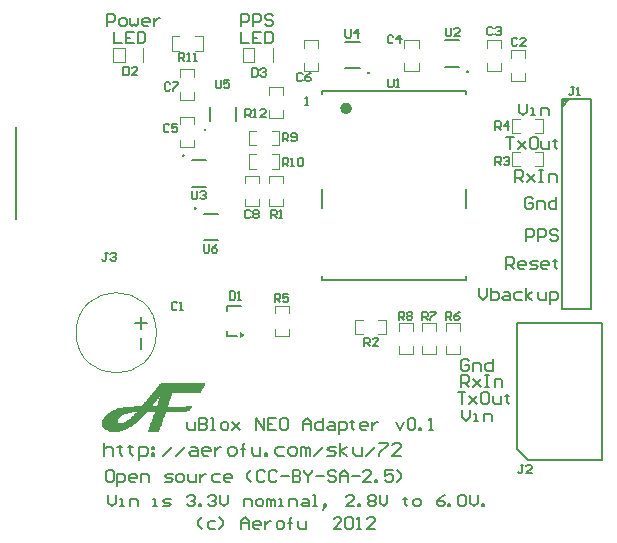
<source format=gto>
%FSLAX43Y43*%
%MOMM*%
G71*
G01*
G75*
G04 Layer_Color=65535*
G04:AMPARAMS|DCode=10|XSize=1mm|YSize=0.8mm|CornerRadius=0.12mm|HoleSize=0mm|Usage=FLASHONLY|Rotation=270.000|XOffset=0mm|YOffset=0mm|HoleType=Round|Shape=RoundedRectangle|*
%AMROUNDEDRECTD10*
21,1,1.000,0.560,0,0,270.0*
21,1,0.760,0.800,0,0,270.0*
1,1,0.240,-0.280,-0.380*
1,1,0.240,-0.280,0.380*
1,1,0.240,0.280,0.380*
1,1,0.240,0.280,-0.380*
%
%ADD10ROUNDEDRECTD10*%
G04:AMPARAMS|DCode=11|XSize=1mm|YSize=0.8mm|CornerRadius=0.12mm|HoleSize=0mm|Usage=FLASHONLY|Rotation=0.000|XOffset=0mm|YOffset=0mm|HoleType=Round|Shape=RoundedRectangle|*
%AMROUNDEDRECTD11*
21,1,1.000,0.560,0,0,0.0*
21,1,0.760,0.800,0,0,0.0*
1,1,0.240,0.380,-0.280*
1,1,0.240,-0.380,-0.280*
1,1,0.240,-0.380,0.280*
1,1,0.240,0.380,0.280*
%
%ADD11ROUNDEDRECTD11*%
%ADD12R,1.100X0.550*%
%ADD13R,0.550X1.100*%
G04:AMPARAMS|DCode=14|XSize=0.8mm|YSize=3mm|CornerRadius=0.08mm|HoleSize=0mm|Usage=FLASHONLY|Rotation=270.000|XOffset=0mm|YOffset=0mm|HoleType=Round|Shape=RoundedRectangle|*
%AMROUNDEDRECTD14*
21,1,0.800,2.840,0,0,270.0*
21,1,0.640,3.000,0,0,270.0*
1,1,0.160,-1.420,-0.320*
1,1,0.160,-1.420,0.320*
1,1,0.160,1.420,0.320*
1,1,0.160,1.420,-0.320*
%
%ADD14ROUNDEDRECTD14*%
%ADD15R,1.100X0.850*%
G04:AMPARAMS|DCode=16|XSize=2.1mm|YSize=3mm|CornerRadius=0.21mm|HoleSize=0mm|Usage=FLASHONLY|Rotation=270.000|XOffset=0mm|YOffset=0mm|HoleType=Round|Shape=RoundedRectangle|*
%AMROUNDEDRECTD16*
21,1,2.100,2.580,0,0,270.0*
21,1,1.680,3.000,0,0,270.0*
1,1,0.420,-1.290,-0.840*
1,1,0.420,-1.290,0.840*
1,1,0.420,1.290,0.840*
1,1,0.420,1.290,-0.840*
%
%ADD16ROUNDEDRECTD16*%
%ADD17R,3.000X0.800*%
G04:AMPARAMS|DCode=18|XSize=1.8mm|YSize=0.8mm|CornerRadius=0.08mm|HoleSize=0mm|Usage=FLASHONLY|Rotation=180.000|XOffset=0mm|YOffset=0mm|HoleType=Round|Shape=RoundedRectangle|*
%AMROUNDEDRECTD18*
21,1,1.800,0.640,0,0,180.0*
21,1,1.640,0.800,0,0,180.0*
1,1,0.160,-0.820,0.320*
1,1,0.160,0.820,0.320*
1,1,0.160,0.820,-0.320*
1,1,0.160,-0.820,-0.320*
%
%ADD18ROUNDEDRECTD18*%
%ADD19R,4.000X0.500*%
%ADD20R,3.500X2.700*%
%ADD21R,5.000X2.700*%
%ADD22C,0.300*%
%ADD23C,0.200*%
%ADD24C,0.500*%
%ADD25C,5.000*%
%ADD26C,1.500*%
%ADD27C,1.500*%
%ADD28R,1.500X1.500*%
%ADD29C,2.000*%
%ADD30C,0.900*%
%ADD31C,1.400*%
%ADD32C,0.254*%
%ADD33C,0.100*%
%ADD34C,0.152*%
%ADD35C,0.051*%
%ADD36C,0.150*%
G36*
X119380Y117302D02*
X119000Y117098D01*
Y117537D01*
X119380Y117302D01*
D02*
G37*
D23*
X114900Y132100D02*
X116100D01*
X114900Y129850D02*
X116100D01*
X115900Y127600D02*
X117100D01*
X115900Y125350D02*
X117100D01*
X116400Y135400D02*
Y136600D01*
X118650Y135400D02*
Y136600D01*
X117900Y119325D02*
Y119775D01*
Y117225D02*
Y117675D01*
Y117225D02*
X118710D01*
X117900Y119775D02*
X119050D01*
X149600Y106700D02*
Y118300D01*
X142400Y107700D02*
Y118300D01*
X143400Y106700D02*
X149600D01*
X142400Y118300D02*
X149600D01*
X142400Y107700D02*
X143400Y106700D01*
X148700Y119500D02*
Y137270D01*
X146230Y119500D02*
Y137270D01*
X148700D01*
X146230Y119500D02*
X148700D01*
X146230Y136635D02*
X146865Y137270D01*
X146611D02*
X146865D01*
X146230Y136889D02*
X146611Y137270D01*
X146230Y136889D02*
Y137016D01*
X146484Y137270D01*
X136300Y140000D02*
X137500D01*
X136300Y142250D02*
X137500D01*
X127900Y139900D02*
X129100D01*
X127900Y142150D02*
X129100D01*
X138100Y122000D02*
Y122300D01*
Y137700D02*
Y138000D01*
X125900Y122000D02*
Y122300D01*
Y137700D02*
Y138000D01*
Y122000D02*
X138100D01*
X125900Y138000D02*
X138100D01*
Y128100D02*
Y129700D01*
X125900Y128100D02*
Y129700D01*
X100000Y127100D02*
Y134900D01*
Y127100D02*
Y134900D01*
X108300Y143000D02*
Y142000D01*
X108966D01*
X109966Y143000D02*
X109300D01*
Y142000D01*
X109966D01*
X109300Y142500D02*
X109633D01*
X110299Y143000D02*
Y142000D01*
X110799D01*
X110966Y142167D01*
Y142833D01*
X110799Y143000D01*
X110299D01*
X119100D02*
Y142000D01*
X119766D01*
X120766Y143000D02*
X120100D01*
Y142000D01*
X120766D01*
X120100Y142500D02*
X120433D01*
X121099Y143000D02*
Y142000D01*
X121599D01*
X121766Y142167D01*
Y142833D01*
X121599Y143000D01*
X121099D01*
X119100Y143500D02*
Y144500D01*
X119600D01*
X119766Y144333D01*
Y144000D01*
X119600Y143833D01*
X119100D01*
X120100Y143500D02*
Y144500D01*
X120600D01*
X120766Y144333D01*
Y144000D01*
X120600Y143833D01*
X120100D01*
X121766Y144333D02*
X121599Y144500D01*
X121266D01*
X121099Y144333D01*
Y144166D01*
X121266Y144000D01*
X121599D01*
X121766Y143833D01*
Y143667D01*
X121599Y143500D01*
X121266D01*
X121099Y143667D01*
X107700Y143500D02*
Y144500D01*
X108200D01*
X108366Y144333D01*
Y144000D01*
X108200Y143833D01*
X107700D01*
X108866Y143500D02*
X109200D01*
X109366Y143667D01*
Y144000D01*
X109200Y144166D01*
X108866D01*
X108700Y144000D01*
Y143667D01*
X108866Y143500D01*
X109699Y144166D02*
Y143667D01*
X109866Y143500D01*
X110033Y143667D01*
X110199Y143500D01*
X110366Y143667D01*
Y144166D01*
X111199Y143500D02*
X110866D01*
X110699Y143667D01*
Y144000D01*
X110866Y144166D01*
X111199D01*
X111365Y144000D01*
Y143833D01*
X110699D01*
X111699Y144166D02*
Y143500D01*
Y143833D01*
X111865Y144000D01*
X112032Y144166D01*
X112199D01*
X142600Y136900D02*
Y136233D01*
X142933Y135900D01*
X143266Y136233D01*
Y136900D01*
X143600Y135900D02*
X143933D01*
X143766D01*
Y136566D01*
X143600D01*
X144433Y135900D02*
Y136566D01*
X144933D01*
X145099Y136400D01*
Y135900D01*
X141500Y134100D02*
X142166D01*
X141833D01*
Y133100D01*
X142500Y133766D02*
X143166Y133100D01*
X142833Y133433D01*
X143166Y133766D01*
X142500Y133100D01*
X143999Y134100D02*
X143666D01*
X143499Y133933D01*
Y133267D01*
X143666Y133100D01*
X143999D01*
X144166Y133267D01*
Y133933D01*
X143999Y134100D01*
X144499Y133766D02*
Y133267D01*
X144666Y133100D01*
X145165D01*
Y133766D01*
X145665Y133933D02*
Y133766D01*
X145499D01*
X145832D01*
X145665D01*
Y133267D01*
X145832Y133100D01*
X142300Y130300D02*
Y131300D01*
X142800D01*
X142966Y131133D01*
Y130800D01*
X142800Y130633D01*
X142300D01*
X142633D02*
X142966Y130300D01*
X143300Y130966D02*
X143966Y130300D01*
X143633Y130633D01*
X143966Y130966D01*
X143300Y130300D01*
X144299Y131300D02*
X144633D01*
X144466D01*
Y130300D01*
X144299D01*
X144633D01*
X145132D02*
Y130966D01*
X145632D01*
X145799Y130800D01*
Y130300D01*
X143766Y128833D02*
X143600Y129000D01*
X143267D01*
X143100Y128833D01*
Y128167D01*
X143267Y128000D01*
X143600D01*
X143766Y128167D01*
Y128500D01*
X143433D01*
X144100Y128000D02*
Y128666D01*
X144600D01*
X144766Y128500D01*
Y128000D01*
X145766Y129000D02*
Y128000D01*
X145266D01*
X145099Y128167D01*
Y128500D01*
X145266Y128666D01*
X145766D01*
X143200Y125300D02*
Y126300D01*
X143700D01*
X143866Y126133D01*
Y125800D01*
X143700Y125633D01*
X143200D01*
X144200Y125300D02*
Y126300D01*
X144700D01*
X144866Y126133D01*
Y125800D01*
X144700Y125633D01*
X144200D01*
X145866Y126133D02*
X145699Y126300D01*
X145366D01*
X145199Y126133D01*
Y125966D01*
X145366Y125800D01*
X145699D01*
X145866Y125633D01*
Y125467D01*
X145699Y125300D01*
X145366D01*
X145199Y125467D01*
X141500Y122900D02*
Y123900D01*
X142000D01*
X142166Y123733D01*
Y123400D01*
X142000Y123233D01*
X141500D01*
X141833D02*
X142166Y122900D01*
X143000D02*
X142666D01*
X142500Y123067D01*
Y123400D01*
X142666Y123566D01*
X143000D01*
X143166Y123400D01*
Y123233D01*
X142500D01*
X143499Y122900D02*
X143999D01*
X144166Y123067D01*
X143999Y123233D01*
X143666D01*
X143499Y123400D01*
X143666Y123566D01*
X144166D01*
X144999Y122900D02*
X144666D01*
X144499Y123067D01*
Y123400D01*
X144666Y123566D01*
X144999D01*
X145165Y123400D01*
Y123233D01*
X144499D01*
X145665Y123733D02*
Y123566D01*
X145499D01*
X145832D01*
X145665D01*
Y123067D01*
X145832Y122900D01*
X139200Y121300D02*
Y120633D01*
X139533Y120300D01*
X139866Y120633D01*
Y121300D01*
X140200D02*
Y120300D01*
X140700D01*
X140866Y120467D01*
Y120633D01*
Y120800D01*
X140700Y120966D01*
X140200D01*
X141366D02*
X141699D01*
X141866Y120800D01*
Y120300D01*
X141366D01*
X141199Y120467D01*
X141366Y120633D01*
X141866D01*
X142865Y120966D02*
X142366D01*
X142199Y120800D01*
Y120467D01*
X142366Y120300D01*
X142865D01*
X143199D02*
Y121300D01*
Y120633D02*
X143699Y120966D01*
X143199Y120633D02*
X143699Y120300D01*
X144198Y120966D02*
Y120467D01*
X144365Y120300D01*
X144865D01*
Y120966D01*
X145198Y119967D02*
Y120966D01*
X145698D01*
X145865Y120800D01*
Y120467D01*
X145698Y120300D01*
X145198D01*
X138366Y115133D02*
X138200Y115300D01*
X137867D01*
X137700Y115133D01*
Y114467D01*
X137867Y114300D01*
X138200D01*
X138366Y114467D01*
Y114800D01*
X138033D01*
X138700Y114300D02*
Y114966D01*
X139200D01*
X139366Y114800D01*
Y114300D01*
X140366Y115300D02*
Y114300D01*
X139866D01*
X139699Y114467D01*
Y114800D01*
X139866Y114966D01*
X140366D01*
X137700Y112900D02*
Y113900D01*
X138200D01*
X138366Y113733D01*
Y113400D01*
X138200Y113233D01*
X137700D01*
X138033D02*
X138366Y112900D01*
X138700Y113566D02*
X139366Y112900D01*
X139033Y113233D01*
X139366Y113566D01*
X138700Y112900D01*
X139699Y113900D02*
X140033D01*
X139866D01*
Y112900D01*
X139699D01*
X140033D01*
X140532D02*
Y113566D01*
X141032D01*
X141199Y113400D01*
Y112900D01*
X137400Y112500D02*
X138066D01*
X137733D01*
Y111500D01*
X138400Y112166D02*
X139066Y111500D01*
X138733Y111833D01*
X139066Y112166D01*
X138400Y111500D01*
X139899Y112500D02*
X139566D01*
X139399Y112333D01*
Y111667D01*
X139566Y111500D01*
X139899D01*
X140066Y111667D01*
Y112333D01*
X139899Y112500D01*
X140399Y112166D02*
Y111667D01*
X140566Y111500D01*
X141065D01*
Y112166D01*
X141565Y112333D02*
Y112166D01*
X141399D01*
X141732D01*
X141565D01*
Y111667D01*
X141732Y111500D01*
X137800Y111000D02*
Y110333D01*
X138133Y110000D01*
X138466Y110333D01*
Y111000D01*
X138800Y110000D02*
X139133D01*
X138966D01*
Y110666D01*
X138800D01*
X139633Y110000D02*
Y110666D01*
X140133D01*
X140299Y110500D01*
Y110000D01*
X107500Y108200D02*
Y107100D01*
Y107650D01*
X107683Y107833D01*
X108050D01*
X108233Y107650D01*
Y107100D01*
X108783Y108016D02*
Y107833D01*
X108600D01*
X108966D01*
X108783D01*
Y107283D01*
X108966Y107100D01*
X109699Y108016D02*
Y107833D01*
X109516D01*
X109883D01*
X109699D01*
Y107283D01*
X109883Y107100D01*
X110432Y106733D02*
Y107833D01*
X110982D01*
X111165Y107650D01*
Y107283D01*
X110982Y107100D01*
X110432D01*
X111532Y107833D02*
X111715D01*
Y107650D01*
X111532D01*
Y107833D01*
Y107283D02*
X111715D01*
Y107100D01*
X111532D01*
Y107283D01*
X112448Y107100D02*
X113182Y107833D01*
X113548Y107100D02*
X114281Y107833D01*
X114831D02*
X115198D01*
X115381Y107650D01*
Y107100D01*
X114831D01*
X114648Y107283D01*
X114831Y107467D01*
X115381D01*
X116297Y107100D02*
X115931D01*
X115747Y107283D01*
Y107650D01*
X115931Y107833D01*
X116297D01*
X116480Y107650D01*
Y107467D01*
X115747D01*
X116847Y107833D02*
Y107100D01*
Y107467D01*
X117030Y107650D01*
X117214Y107833D01*
X117397D01*
X118130Y107100D02*
X118496D01*
X118680Y107283D01*
Y107650D01*
X118496Y107833D01*
X118130D01*
X117947Y107650D01*
Y107283D01*
X118130Y107100D01*
X119230D02*
Y108016D01*
Y107650D01*
X119046D01*
X119413D01*
X119230D01*
Y108016D01*
X119413Y108200D01*
X119963Y107833D02*
Y107283D01*
X120146Y107100D01*
X120696D01*
Y107833D01*
X121062Y107100D02*
Y107283D01*
X121246D01*
Y107100D01*
X121062D01*
X122712Y107833D02*
X122162D01*
X121979Y107650D01*
Y107283D01*
X122162Y107100D01*
X122712D01*
X123262D02*
X123628D01*
X123811Y107283D01*
Y107650D01*
X123628Y107833D01*
X123262D01*
X123078Y107650D01*
Y107283D01*
X123262Y107100D01*
X124178D02*
Y107833D01*
X124361D01*
X124545Y107650D01*
Y107100D01*
Y107650D01*
X124728Y107833D01*
X124911Y107650D01*
Y107100D01*
X125278D02*
X126011Y107833D01*
X126377Y107100D02*
X126927D01*
X127110Y107283D01*
X126927Y107467D01*
X126561D01*
X126377Y107650D01*
X126561Y107833D01*
X127110D01*
X127477Y107100D02*
Y108200D01*
Y107467D02*
X128027Y107833D01*
X127477Y107467D02*
X128027Y107100D01*
X128577Y107833D02*
Y107283D01*
X128760Y107100D01*
X129310D01*
Y107833D01*
X129676Y107100D02*
X130409Y107833D01*
X130776Y108200D02*
X131509D01*
Y108016D01*
X130776Y107283D01*
Y107100D01*
X132609D02*
X131875D01*
X132609Y107833D01*
Y108016D01*
X132425Y108200D01*
X132059D01*
X131875Y108016D01*
X114500Y109966D02*
Y109467D01*
X114667Y109300D01*
X115166D01*
Y109966D01*
X115500Y110300D02*
Y109300D01*
X116000D01*
X116166Y109467D01*
Y109633D01*
X116000Y109800D01*
X115500D01*
X116000D01*
X116166Y109966D01*
Y110133D01*
X116000Y110300D01*
X115500D01*
X116499Y109300D02*
X116833D01*
X116666D01*
Y110300D01*
X116499D01*
X117499Y109300D02*
X117832D01*
X117999Y109467D01*
Y109800D01*
X117832Y109966D01*
X117499D01*
X117332Y109800D01*
Y109467D01*
X117499Y109300D01*
X118332Y109966D02*
X118999Y109300D01*
X118665Y109633D01*
X118999Y109966D01*
X118332Y109300D01*
X120331D02*
Y110300D01*
X120998Y109300D01*
Y110300D01*
X121998D02*
X121331D01*
Y109300D01*
X121998D01*
X121331Y109800D02*
X121664D01*
X122831Y110300D02*
X122497D01*
X122331Y110133D01*
Y109467D01*
X122497Y109300D01*
X122831D01*
X122997Y109467D01*
Y110133D01*
X122831Y110300D01*
X124330Y109300D02*
Y109966D01*
X124663Y110300D01*
X124997Y109966D01*
Y109300D01*
Y109800D01*
X124330D01*
X125996Y110300D02*
Y109300D01*
X125496D01*
X125330Y109467D01*
Y109800D01*
X125496Y109966D01*
X125996D01*
X126496D02*
X126829D01*
X126996Y109800D01*
Y109300D01*
X126496D01*
X126330Y109467D01*
X126496Y109633D01*
X126996D01*
X127329Y108967D02*
Y109966D01*
X127829D01*
X127996Y109800D01*
Y109467D01*
X127829Y109300D01*
X127329D01*
X128495Y110133D02*
Y109966D01*
X128329D01*
X128662D01*
X128495D01*
Y109467D01*
X128662Y109300D01*
X129662D02*
X129329D01*
X129162Y109467D01*
Y109800D01*
X129329Y109966D01*
X129662D01*
X129828Y109800D01*
Y109633D01*
X129162D01*
X130162Y109966D02*
Y109300D01*
Y109633D01*
X130328Y109800D01*
X130495Y109966D01*
X130661D01*
X132161D02*
X132494Y109300D01*
X132827Y109966D01*
X133161Y110133D02*
X133327Y110300D01*
X133660D01*
X133827Y110133D01*
Y109467D01*
X133660Y109300D01*
X133327D01*
X133161Y109467D01*
Y110133D01*
X134160Y109300D02*
Y109467D01*
X134327D01*
Y109300D01*
X134160D01*
X134993D02*
X135327D01*
X135160D01*
Y110300D01*
X134993Y110133D01*
X108100Y105900D02*
X107767D01*
X107600Y105733D01*
Y105067D01*
X107767Y104900D01*
X108100D01*
X108266Y105067D01*
Y105733D01*
X108100Y105900D01*
X108600Y104567D02*
Y105566D01*
X109100D01*
X109266Y105400D01*
Y105067D01*
X109100Y104900D01*
X108600D01*
X110099D02*
X109766D01*
X109599Y105067D01*
Y105400D01*
X109766Y105566D01*
X110099D01*
X110266Y105400D01*
Y105233D01*
X109599D01*
X110599Y104900D02*
Y105566D01*
X111099D01*
X111265Y105400D01*
Y104900D01*
X112598D02*
X113098D01*
X113265Y105067D01*
X113098Y105233D01*
X112765D01*
X112598Y105400D01*
X112765Y105566D01*
X113265D01*
X113765Y104900D02*
X114098D01*
X114265Y105067D01*
Y105400D01*
X114098Y105566D01*
X113765D01*
X113598Y105400D01*
Y105067D01*
X113765Y104900D01*
X114598Y105566D02*
Y105067D01*
X114764Y104900D01*
X115264D01*
Y105566D01*
X115597D02*
Y104900D01*
Y105233D01*
X115764Y105400D01*
X115931Y105566D01*
X116097D01*
X117264D02*
X116764D01*
X116597Y105400D01*
Y105067D01*
X116764Y104900D01*
X117264D01*
X118097D02*
X117763D01*
X117597Y105067D01*
Y105400D01*
X117763Y105566D01*
X118097D01*
X118263Y105400D01*
Y105233D01*
X117597D01*
X119929Y104900D02*
X119596Y105233D01*
Y105566D01*
X119929Y105900D01*
X121096Y105733D02*
X120929Y105900D01*
X120596D01*
X120429Y105733D01*
Y105067D01*
X120596Y104900D01*
X120929D01*
X121096Y105067D01*
X122095Y105733D02*
X121929Y105900D01*
X121595D01*
X121429Y105733D01*
Y105067D01*
X121595Y104900D01*
X121929D01*
X122095Y105067D01*
X122429Y105400D02*
X123095D01*
X123428Y105900D02*
Y104900D01*
X123928D01*
X124095Y105067D01*
Y105233D01*
X123928Y105400D01*
X123428D01*
X123928D01*
X124095Y105566D01*
Y105733D01*
X123928Y105900D01*
X123428D01*
X124428D02*
Y105733D01*
X124761Y105400D01*
X125094Y105733D01*
Y105900D01*
X124761Y105400D02*
Y104900D01*
X125428Y105400D02*
X126094D01*
X127094Y105733D02*
X126927Y105900D01*
X126594D01*
X126427Y105733D01*
Y105566D01*
X126594Y105400D01*
X126927D01*
X127094Y105233D01*
Y105067D01*
X126927Y104900D01*
X126594D01*
X126427Y105067D01*
X127427Y104900D02*
Y105566D01*
X127760Y105900D01*
X128093Y105566D01*
Y104900D01*
Y105400D01*
X127427D01*
X128427D02*
X129093D01*
X130093Y104900D02*
X129426D01*
X130093Y105566D01*
Y105733D01*
X129926Y105900D01*
X129593D01*
X129426Y105733D01*
X130426Y104900D02*
Y105067D01*
X130593D01*
Y104900D01*
X130426D01*
X131925Y105900D02*
X131259D01*
Y105400D01*
X131592Y105566D01*
X131759D01*
X131925Y105400D01*
Y105067D01*
X131759Y104900D01*
X131426D01*
X131259Y105067D01*
X132259Y104900D02*
X132592Y105233D01*
Y105566D01*
X132259Y105900D01*
X107800Y103800D02*
Y103133D01*
X108133Y102800D01*
X108466Y103133D01*
Y103800D01*
X108800Y102800D02*
X109133D01*
X108966D01*
Y103466D01*
X108800D01*
X109633Y102800D02*
Y103466D01*
X110133D01*
X110299Y103300D01*
Y102800D01*
X111632D02*
X111965D01*
X111799D01*
Y103466D01*
X111632D01*
X112465Y102800D02*
X112965D01*
X113132Y102967D01*
X112965Y103133D01*
X112632D01*
X112465Y103300D01*
X112632Y103466D01*
X113132D01*
X114465Y103633D02*
X114631Y103800D01*
X114964D01*
X115131Y103633D01*
Y103466D01*
X114964Y103300D01*
X114798D01*
X114964D01*
X115131Y103133D01*
Y102967D01*
X114964Y102800D01*
X114631D01*
X114465Y102967D01*
X115464Y102800D02*
Y102967D01*
X115631D01*
Y102800D01*
X115464D01*
X116297Y103633D02*
X116464Y103800D01*
X116797D01*
X116964Y103633D01*
Y103466D01*
X116797Y103300D01*
X116630D01*
X116797D01*
X116964Y103133D01*
Y102967D01*
X116797Y102800D01*
X116464D01*
X116297Y102967D01*
X117297Y103800D02*
Y103133D01*
X117630Y102800D01*
X117963Y103133D01*
Y103800D01*
X119296Y102800D02*
Y103466D01*
X119796D01*
X119963Y103300D01*
Y102800D01*
X120463D02*
X120796D01*
X120962Y102967D01*
Y103300D01*
X120796Y103466D01*
X120463D01*
X120296Y103300D01*
Y102967D01*
X120463Y102800D01*
X121296D02*
Y103466D01*
X121462D01*
X121629Y103300D01*
Y102800D01*
Y103300D01*
X121795Y103466D01*
X121962Y103300D01*
Y102800D01*
X122295D02*
X122629D01*
X122462D01*
Y103466D01*
X122295D01*
X123128Y102800D02*
Y103466D01*
X123628D01*
X123795Y103300D01*
Y102800D01*
X124295Y103466D02*
X124628D01*
X124795Y103300D01*
Y102800D01*
X124295D01*
X124128Y102967D01*
X124295Y103133D01*
X124795D01*
X125128Y102800D02*
X125461D01*
X125294D01*
Y103800D01*
X125128D01*
X126127Y102633D02*
X126294Y102800D01*
Y102967D01*
X126127D01*
Y102800D01*
X126294D01*
X126127Y102633D01*
X125961Y102467D01*
X128627Y102800D02*
X127960D01*
X128627Y103466D01*
Y103633D01*
X128460Y103800D01*
X128127D01*
X127960Y103633D01*
X128960Y102800D02*
Y102967D01*
X129126D01*
Y102800D01*
X128960D01*
X129793Y103633D02*
X129960Y103800D01*
X130293D01*
X130459Y103633D01*
Y103466D01*
X130293Y103300D01*
X130459Y103133D01*
Y102967D01*
X130293Y102800D01*
X129960D01*
X129793Y102967D01*
Y103133D01*
X129960Y103300D01*
X129793Y103466D01*
Y103633D01*
X129960Y103300D02*
X130293D01*
X130793Y103800D02*
Y103133D01*
X131126Y102800D01*
X131459Y103133D01*
Y103800D01*
X132959Y103633D02*
Y103466D01*
X132792D01*
X133125D01*
X132959D01*
Y102967D01*
X133125Y102800D01*
X133792D02*
X134125D01*
X134291Y102967D01*
Y103300D01*
X134125Y103466D01*
X133792D01*
X133625Y103300D01*
Y102967D01*
X133792Y102800D01*
X136291Y103800D02*
X135958Y103633D01*
X135624Y103300D01*
Y102967D01*
X135791Y102800D01*
X136124D01*
X136291Y102967D01*
Y103133D01*
X136124Y103300D01*
X135624D01*
X136624Y102800D02*
Y102967D01*
X136791D01*
Y102800D01*
X136624D01*
X137457Y103633D02*
X137624Y103800D01*
X137957D01*
X138124Y103633D01*
Y102967D01*
X137957Y102800D01*
X137624D01*
X137457Y102967D01*
Y103633D01*
X138457Y103800D02*
Y103133D01*
X138790Y102800D01*
X139123Y103133D01*
Y103800D01*
X139456Y102800D02*
Y102967D01*
X139623D01*
Y102800D01*
X139456D01*
X115733Y100900D02*
X115400Y101233D01*
Y101566D01*
X115733Y101900D01*
X116900Y101566D02*
X116400D01*
X116233Y101400D01*
Y101067D01*
X116400Y100900D01*
X116900D01*
X117233D02*
X117566Y101233D01*
Y101566D01*
X117233Y101900D01*
X119065Y100900D02*
Y101566D01*
X119399Y101900D01*
X119732Y101566D01*
Y100900D01*
Y101400D01*
X119065D01*
X120565Y100900D02*
X120232D01*
X120065Y101067D01*
Y101400D01*
X120232Y101566D01*
X120565D01*
X120732Y101400D01*
Y101233D01*
X120065D01*
X121065Y101566D02*
Y100900D01*
Y101233D01*
X121231Y101400D01*
X121398Y101566D01*
X121565D01*
X122231Y100900D02*
X122564D01*
X122731Y101067D01*
Y101400D01*
X122564Y101566D01*
X122231D01*
X122065Y101400D01*
Y101067D01*
X122231Y100900D01*
X123231D02*
Y101733D01*
Y101400D01*
X123064D01*
X123397D01*
X123231D01*
Y101733D01*
X123397Y101900D01*
X123897Y101566D02*
Y101067D01*
X124064Y100900D01*
X124564D01*
Y101566D01*
X127563Y100900D02*
X126896D01*
X127563Y101566D01*
Y101733D01*
X127396Y101900D01*
X127063D01*
X126896Y101733D01*
X127896D02*
X128063Y101900D01*
X128396D01*
X128562Y101733D01*
Y101067D01*
X128396Y100900D01*
X128063D01*
X127896Y101067D01*
Y101733D01*
X128896Y100900D02*
X129229D01*
X129062D01*
Y101900D01*
X128896Y101733D01*
X130395Y100900D02*
X129729D01*
X130395Y101566D01*
Y101733D01*
X130229Y101900D01*
X129895D01*
X129729Y101733D01*
D24*
X128200Y136500D02*
G03*
X128200Y136500I-250J0D01*
G01*
D32*
X114184Y132500D02*
G03*
X114184Y132500I-14J0D01*
G01*
X115184Y128000D02*
G03*
X115184Y128000I-14J0D01*
G01*
X116014Y134670D02*
G03*
X116014Y134670I-14J0D01*
G01*
X138244Y139600D02*
G03*
X138244Y139600I-14J0D01*
G01*
X129844Y139500D02*
G03*
X129844Y139500I-14J0D01*
G01*
D33*
X111900Y117500D02*
G03*
X111900Y117500I-3400J0D01*
G01*
X108600Y141600D02*
X109200D01*
X108600Y140400D02*
X109200D01*
Y141600D01*
X110800Y140400D02*
Y141600D01*
X108200Y140400D02*
Y141600D01*
X108200D02*
X108850D01*
X108200Y140400D02*
X108850D01*
X115150Y142600D02*
X115800D01*
X115150Y141400D02*
X115800D01*
X113200D02*
X113850D01*
X113200Y142600D02*
X113850D01*
X115800Y141400D02*
Y142600D01*
X113200Y141400D02*
Y142600D01*
X119600Y141600D02*
X120200D01*
X119600Y140400D02*
X120200D01*
Y141600D01*
X121800Y140400D02*
Y141600D01*
X119200Y140400D02*
Y141600D01*
X119200D02*
X119850D01*
X119200Y140400D02*
X119850D01*
X122600Y135700D02*
Y136350D01*
X121400Y135700D02*
Y136350D01*
Y137650D02*
Y138300D01*
X122600Y137650D02*
Y138300D01*
X121400Y135700D02*
X122600D01*
X121400Y138300D02*
X122600D01*
X122300Y131400D02*
Y132600D01*
X119700Y131400D02*
Y132600D01*
X121650Y131400D02*
X122300D01*
X121650Y132600D02*
X122300D01*
X119700D02*
X120350D01*
X119700Y131400D02*
X120350D01*
X122300Y133400D02*
Y134600D01*
X119700Y133400D02*
Y134600D01*
X121650Y133400D02*
X122300D01*
X121650Y134600D02*
X122300D01*
X119700D02*
X120350D01*
X119700Y133400D02*
X120350D01*
X119400Y130800D02*
X120600D01*
X119400Y128200D02*
X120600D01*
Y130150D02*
Y130800D01*
X119400Y130150D02*
Y130800D01*
Y128200D02*
Y128850D01*
X120600Y128200D02*
Y128850D01*
X113900Y133200D02*
X115100D01*
X113900Y135800D02*
X115100D01*
X113900Y133200D02*
Y133850D01*
X115100Y133200D02*
Y133850D01*
Y135150D02*
Y135800D01*
X113900Y135150D02*
Y135800D01*
X136400Y115700D02*
X137600D01*
X136400Y118300D02*
X137600D01*
X136400Y115700D02*
Y116350D01*
X137600Y115700D02*
Y116350D01*
Y117650D02*
Y118300D01*
X136400Y117650D02*
Y118300D01*
X132400Y115700D02*
X133600D01*
X132400Y118300D02*
X133600D01*
X132400Y115700D02*
Y116350D01*
X133600Y115700D02*
Y116350D01*
Y117650D02*
Y118300D01*
X132400Y117650D02*
Y118300D01*
X134400Y115700D02*
X135600D01*
X134400Y118300D02*
X135600D01*
X134400Y115700D02*
Y116350D01*
X135600Y115700D02*
Y116350D01*
Y117650D02*
Y118300D01*
X134400Y117650D02*
Y118300D01*
X131300Y117400D02*
Y118600D01*
X128700Y117400D02*
Y118600D01*
X130650Y117400D02*
X131300D01*
X130650Y118600D02*
X131300D01*
X128700D02*
X129350D01*
X128700Y117400D02*
X129350D01*
X121400Y130800D02*
X122600D01*
X121400Y128200D02*
X122600D01*
Y130150D02*
Y130800D01*
X121400Y130150D02*
Y130800D01*
Y128200D02*
Y128850D01*
X122600Y128200D02*
Y128850D01*
X141900Y141450D02*
X143100D01*
X141900Y138850D02*
X143100D01*
Y140800D02*
Y141450D01*
X141900Y140800D02*
Y141450D01*
Y138850D02*
Y139500D01*
X143100Y138850D02*
Y139500D01*
X139900Y142300D02*
X141100D01*
X139900Y139700D02*
X141100D01*
Y141650D02*
Y142300D01*
X139900Y141650D02*
Y142300D01*
Y139700D02*
Y140350D01*
X141100Y139700D02*
Y140350D01*
X132900Y142300D02*
X134100D01*
X132900Y139700D02*
X134100D01*
Y141650D02*
Y142300D01*
X132900Y141650D02*
Y142300D01*
Y139700D02*
Y140350D01*
X134100Y139700D02*
Y140350D01*
X124400Y139700D02*
X125600D01*
X124400Y142300D02*
X125600D01*
X124400Y139700D02*
Y140350D01*
X125600Y139700D02*
Y140350D01*
Y141650D02*
Y142300D01*
X124400Y141650D02*
Y142300D01*
X113900Y139800D02*
X115100D01*
X113900Y137200D02*
X115100D01*
Y139150D02*
Y139800D01*
X113900Y139150D02*
Y139800D01*
Y137200D02*
Y137850D01*
X115100Y137200D02*
Y137850D01*
X121900Y117200D02*
X123100D01*
X121900Y119800D02*
X123100D01*
X121900Y117200D02*
Y117850D01*
X123100Y117200D02*
Y117850D01*
Y119150D02*
Y119800D01*
X121900Y119150D02*
Y119800D01*
X144600Y131600D02*
Y132800D01*
X142000Y131600D02*
Y132800D01*
X143950Y131600D02*
X144600D01*
X143950Y132800D02*
X144600D01*
X142000D02*
X142650D01*
X142000Y131600D02*
X142650D01*
X144600Y134400D02*
Y135600D01*
X142000Y134400D02*
Y135600D01*
X143950Y134400D02*
X144600D01*
X143950Y135600D02*
X144600D01*
X142000D02*
X142650D01*
X142000Y134400D02*
X142650D01*
D34*
X110100Y118300D02*
X111100D01*
X110600Y117800D02*
Y118800D01*
Y116100D02*
Y117100D01*
D35*
X111178Y109220D02*
X112041D01*
X107876D02*
X108739D01*
X111178Y109271D02*
X112041D01*
X107774D02*
X108943D01*
X111229Y109322D02*
X112092D01*
X107622D02*
X109095D01*
X111229Y109373D02*
X112092D01*
X107520D02*
X109197D01*
X111229Y109424D02*
X112143D01*
X107469D02*
X109349D01*
X111279Y109474D02*
X112143D01*
X107419D02*
X109400D01*
X111279Y109525D02*
X112143D01*
X107368D02*
X109501D01*
X111330Y109576D02*
X112194D01*
X107368D02*
X109603D01*
X111330Y109627D02*
X112194D01*
X107317D02*
X109705D01*
X111330Y109678D02*
X112194D01*
X107317D02*
X109755D01*
X111381Y109728D02*
X112245D01*
X107317D02*
X109857D01*
X111381Y109779D02*
X112245D01*
X107317D02*
X109908D01*
X111381Y109830D02*
X112245D01*
X107317D02*
X109959D01*
X111432Y109881D02*
X112295D01*
X108993D02*
X110060D01*
X107317D02*
X108638D01*
X111432Y109932D02*
X112295D01*
X109146D02*
X110111D01*
X107317D02*
X108587D01*
X111432Y109982D02*
X112295D01*
X109247D02*
X110162D01*
X107317D02*
X108587D01*
X111483Y110033D02*
X112346D01*
X109349D02*
X110213D01*
X107317D02*
X108536D01*
X111483Y110084D02*
X112346D01*
X109400D02*
X110263D01*
X107317D02*
X108536D01*
X111533Y110135D02*
X112346D01*
X109501D02*
X110314D01*
X107317D02*
X108587D01*
X111533Y110186D02*
X112397D01*
X109552D02*
X110365D01*
X107368D02*
X108587D01*
X111533Y110236D02*
X112397D01*
X109603D02*
X110416D01*
X107368D02*
X108587D01*
X111584Y110287D02*
X112397D01*
X109705D02*
X110467D01*
X107419D02*
X108638D01*
X111584Y110338D02*
X112448D01*
X109755D02*
X110568D01*
X107419D02*
X108689D01*
X111584Y110389D02*
X112448D01*
X109806D02*
X110619D01*
X107469D02*
X108739D01*
X111635Y110440D02*
X112448D01*
X109857D02*
X110670D01*
X107520D02*
X108790D01*
X111635Y110490D02*
X112499D01*
X109908D02*
X110670D01*
X107571D02*
X108841D01*
X111635Y110541D02*
X112499D01*
X110009D02*
X110721D01*
X107622D02*
X108892D01*
X111686Y110592D02*
X112549D01*
X110009D02*
X110771D01*
X107673D02*
X108993D01*
X111686Y110643D02*
X112549D01*
X110060D02*
X110822D01*
X107723D02*
X109095D01*
X111737Y110694D02*
X112549D01*
X110111D02*
X110873D01*
X107774D02*
X109247D01*
X111737Y110744D02*
X112600D01*
X110162D02*
X110924D01*
X107876D02*
X109400D01*
X111737Y110795D02*
X112600D01*
X110213D02*
X110975D01*
X107927D02*
X109755D01*
X108028Y110846D02*
X114277D01*
X108079Y110897D02*
X114429D01*
X108231Y110948D02*
X114531D01*
X108333Y110998D02*
X114632D01*
X108435Y111049D02*
X114683D01*
X108587Y111100D02*
X114683D01*
X108790Y111151D02*
X114734D01*
X109044Y111202D02*
X114734D01*
X109298Y111252D02*
X114785D01*
X114378Y111303D02*
X114785D01*
X110009D02*
X112803D01*
X111940Y111354D02*
X112803D01*
X110670D02*
X111432D01*
X111940Y111405D02*
X112803D01*
X110721D02*
X111483D01*
X111991Y111456D02*
X112854D01*
X110771D02*
X111533D01*
X111991Y111506D02*
X112854D01*
X110822D02*
X111533D01*
X111991Y111557D02*
X112854D01*
X110873D02*
X111584D01*
X112041Y111608D02*
X112905D01*
X110873D02*
X111635D01*
X112041Y111659D02*
X112905D01*
X110924D02*
X111686D01*
X112041Y111710D02*
X112905D01*
X110975D02*
X111737D01*
X112092Y111760D02*
X112905D01*
X111025D02*
X111787D01*
X112092Y111811D02*
X112956D01*
X111076D02*
X111838D01*
X112143Y111862D02*
X112956D01*
X111127D02*
X111838D01*
X112143Y111913D02*
X112956D01*
X111127D02*
X111889D01*
X112143Y111964D02*
X113007D01*
X111178D02*
X111940D01*
X112194Y112014D02*
X113007D01*
X111229D02*
X111991D01*
X112194Y112065D02*
X113007D01*
X111279D02*
X112041D01*
X112194Y112116D02*
X113057D01*
X111330D02*
X112092D01*
X112245Y112167D02*
X113057D01*
X111381D02*
X112143D01*
X112245Y112218D02*
X113057D01*
X111381D02*
X112143D01*
X112295Y112268D02*
X113108D01*
X111432D02*
X112194D01*
X112295Y112319D02*
X113108D01*
X111483D02*
X112245D01*
X111533Y112370D02*
X113108D01*
X111584Y112421D02*
X113108D01*
X111635Y112472D02*
X113159D01*
X111635Y112522D02*
X115547D01*
X111686Y112573D02*
X115597D01*
X111737Y112624D02*
X115597D01*
X111787Y112675D02*
X115648D01*
X111838Y112726D02*
X115648D01*
X111889Y112776D02*
X115699D01*
X111889Y112827D02*
X115750D01*
X111940Y112878D02*
X115750D01*
X111991Y112929D02*
X115801D01*
X112041Y112980D02*
X115801D01*
X112092Y113030D02*
X115851D01*
X112143Y113081D02*
X115902D01*
X112143Y113132D02*
X115902D01*
X112194Y113183D02*
X115953D01*
X112245Y113234D02*
X115953D01*
D36*
X119400Y135750D02*
Y136450D01*
X119750D01*
X119867Y136333D01*
Y136100D01*
X119750Y135983D01*
X119400D01*
X119633D02*
X119867Y135750D01*
X120100D02*
X120333D01*
X120216D01*
Y136450D01*
X120100Y136333D01*
X121149Y135750D02*
X120683D01*
X121149Y136217D01*
Y136333D01*
X121033Y136450D01*
X120800D01*
X120683Y136333D01*
X113800Y140500D02*
Y141200D01*
X114150D01*
X114267Y141083D01*
Y140850D01*
X114150Y140733D01*
X113800D01*
X114033D02*
X114267Y140500D01*
X114500D02*
X114733D01*
X114616D01*
Y141200D01*
X114500Y141083D01*
X115083Y140500D02*
X115316D01*
X115200D01*
Y141200D01*
X115083Y141083D01*
X120000Y139900D02*
Y139200D01*
X120350D01*
X120467Y139317D01*
Y139783D01*
X120350Y139900D01*
X120000D01*
X120700Y139783D02*
X120816Y139900D01*
X121050D01*
X121166Y139783D01*
Y139667D01*
X121050Y139550D01*
X120933D01*
X121050D01*
X121166Y139433D01*
Y139317D01*
X121050Y139200D01*
X120816D01*
X120700Y139317D01*
X109100Y140000D02*
Y139300D01*
X109450D01*
X109567Y139417D01*
Y139883D01*
X109450Y140000D01*
X109100D01*
X110266Y139300D02*
X109800D01*
X110266Y139767D01*
Y139883D01*
X110150Y140000D01*
X109916D01*
X109800Y139883D01*
X142467Y142383D02*
X142350Y142500D01*
X142117D01*
X142000Y142383D01*
Y141917D01*
X142117Y141800D01*
X142350D01*
X142467Y141917D01*
X143166Y141800D02*
X142700D01*
X143166Y142267D01*
Y142383D01*
X143050Y142500D01*
X142816D01*
X142700Y142383D01*
X140367Y143283D02*
X140250Y143400D01*
X140017D01*
X139900Y143283D01*
Y142817D01*
X140017Y142700D01*
X140250D01*
X140367Y142817D01*
X140600Y143283D02*
X140716Y143400D01*
X140950D01*
X141066Y143283D01*
Y143167D01*
X140950Y143050D01*
X140833D01*
X140950D01*
X141066Y142933D01*
Y142817D01*
X140950Y142700D01*
X140716D01*
X140600Y142817D01*
X131967Y142583D02*
X131850Y142700D01*
X131617D01*
X131500Y142583D01*
Y142117D01*
X131617Y142000D01*
X131850D01*
X131967Y142117D01*
X132550Y142000D02*
Y142700D01*
X132200Y142350D01*
X132666D01*
X112967Y135083D02*
X112850Y135200D01*
X112617D01*
X112500Y135083D01*
Y134617D01*
X112617Y134500D01*
X112850D01*
X112967Y134617D01*
X113666Y135200D02*
X113200D01*
Y134850D01*
X113433Y134967D01*
X113550D01*
X113666Y134850D01*
Y134617D01*
X113550Y134500D01*
X113316D01*
X113200Y134617D01*
X124267Y139383D02*
X124150Y139500D01*
X123917D01*
X123800Y139383D01*
Y138917D01*
X123917Y138800D01*
X124150D01*
X124267Y138917D01*
X124966Y139500D02*
X124733Y139383D01*
X124500Y139150D01*
Y138917D01*
X124616Y138800D01*
X124850D01*
X124966Y138917D01*
Y139033D01*
X124850Y139150D01*
X124500D01*
X113067Y138583D02*
X112950Y138700D01*
X112717D01*
X112600Y138583D01*
Y138117D01*
X112717Y138000D01*
X112950D01*
X113067Y138117D01*
X113300Y138700D02*
X113766D01*
Y138583D01*
X113300Y138117D01*
Y138000D01*
X119867Y127783D02*
X119750Y127900D01*
X119517D01*
X119400Y127783D01*
Y127317D01*
X119517Y127200D01*
X119750D01*
X119867Y127317D01*
X120100Y127783D02*
X120216Y127900D01*
X120450D01*
X120566Y127783D01*
Y127667D01*
X120450Y127550D01*
X120566Y127433D01*
Y127317D01*
X120450Y127200D01*
X120216D01*
X120100Y127317D01*
Y127433D01*
X120216Y127550D01*
X120100Y127667D01*
Y127783D01*
X120216Y127550D02*
X120450D01*
X118100Y121000D02*
Y120300D01*
X118450D01*
X118567Y120417D01*
Y120883D01*
X118450Y121000D01*
X118100D01*
X118800Y120300D02*
X119033D01*
X118916D01*
Y121000D01*
X118800Y120883D01*
X107767Y124300D02*
X107533D01*
X107650D01*
Y123717D01*
X107533Y123600D01*
X107417D01*
X107300Y123717D01*
X108000Y124183D02*
X108116Y124300D01*
X108350D01*
X108466Y124183D01*
Y124067D01*
X108350Y123950D01*
X108233D01*
X108350D01*
X108466Y123833D01*
Y123717D01*
X108350Y123600D01*
X108116D01*
X108000Y123717D01*
X122600Y133700D02*
Y134400D01*
X122950D01*
X123067Y134283D01*
Y134050D01*
X122950Y133933D01*
X122600D01*
X122833D02*
X123067Y133700D01*
X123300Y133817D02*
X123416Y133700D01*
X123650D01*
X123766Y133817D01*
Y134283D01*
X123650Y134400D01*
X123416D01*
X123300Y134283D01*
Y134167D01*
X123416Y134050D01*
X123766D01*
X122600Y131600D02*
Y132300D01*
X122950D01*
X123067Y132183D01*
Y131950D01*
X122950Y131833D01*
X122600D01*
X122833D02*
X123067Y131600D01*
X123300D02*
X123533D01*
X123416D01*
Y132300D01*
X123300Y132183D01*
X123883D02*
X124000Y132300D01*
X124233D01*
X124349Y132183D01*
Y131717D01*
X124233Y131600D01*
X124000D01*
X123883Y131717D01*
Y132183D01*
X121900Y120100D02*
Y120800D01*
X122250D01*
X122367Y120683D01*
Y120450D01*
X122250Y120333D01*
X121900D01*
X122133D02*
X122367Y120100D01*
X123066Y120800D02*
X122600D01*
Y120450D01*
X122833Y120567D01*
X122950D01*
X123066Y120450D01*
Y120217D01*
X122950Y120100D01*
X122716D01*
X122600Y120217D01*
X121600Y127200D02*
Y127900D01*
X121950D01*
X122067Y127783D01*
Y127550D01*
X121950Y127433D01*
X121600D01*
X121833D02*
X122067Y127200D01*
X122300D02*
X122533D01*
X122416D01*
Y127900D01*
X122300Y127783D01*
X129500Y116400D02*
Y117100D01*
X129850D01*
X129967Y116983D01*
Y116750D01*
X129850Y116633D01*
X129500D01*
X129733D02*
X129967Y116400D01*
X130666D02*
X130200D01*
X130666Y116867D01*
Y116983D01*
X130550Y117100D01*
X130316D01*
X130200Y116983D01*
X136400Y118600D02*
Y119300D01*
X136750D01*
X136867Y119183D01*
Y118950D01*
X136750Y118833D01*
X136400D01*
X136633D02*
X136867Y118600D01*
X137566Y119300D02*
X137333Y119183D01*
X137100Y118950D01*
Y118717D01*
X137216Y118600D01*
X137450D01*
X137566Y118717D01*
Y118833D01*
X137450Y118950D01*
X137100D01*
X134400Y118600D02*
Y119300D01*
X134750D01*
X134867Y119183D01*
Y118950D01*
X134750Y118833D01*
X134400D01*
X134633D02*
X134867Y118600D01*
X135100Y119300D02*
X135566D01*
Y119183D01*
X135100Y118717D01*
Y118600D01*
X132400D02*
Y119300D01*
X132750D01*
X132867Y119183D01*
Y118950D01*
X132750Y118833D01*
X132400D01*
X132633D02*
X132867Y118600D01*
X133100Y119183D02*
X133216Y119300D01*
X133450D01*
X133566Y119183D01*
Y119067D01*
X133450Y118950D01*
X133566Y118833D01*
Y118717D01*
X133450Y118600D01*
X133216D01*
X133100Y118717D01*
Y118833D01*
X133216Y118950D01*
X133100Y119067D01*
Y119183D01*
X133216Y118950D02*
X133450D01*
X131512Y138997D02*
Y138414D01*
X131629Y138297D01*
X131862D01*
X131979Y138414D01*
Y138997D01*
X132212Y138297D02*
X132445D01*
X132329D01*
Y138997D01*
X132212Y138880D01*
X136400Y143300D02*
Y142717D01*
X136517Y142600D01*
X136750D01*
X136867Y142717D01*
Y143300D01*
X137566Y142600D02*
X137100D01*
X137566Y143067D01*
Y143183D01*
X137450Y143300D01*
X137216D01*
X137100Y143183D01*
X114900Y129500D02*
Y128917D01*
X115017Y128800D01*
X115250D01*
X115367Y128917D01*
Y129500D01*
X115600Y129383D02*
X115716Y129500D01*
X115950D01*
X116066Y129383D01*
Y129267D01*
X115950Y129150D01*
X115833D01*
X115950D01*
X116066Y129033D01*
Y128917D01*
X115950Y128800D01*
X115716D01*
X115600Y128917D01*
X127900Y143200D02*
Y142617D01*
X128017Y142500D01*
X128250D01*
X128367Y142617D01*
Y143200D01*
X128950Y142500D02*
Y143200D01*
X128600Y142850D01*
X129066D01*
X116907Y138936D02*
Y138353D01*
X117023Y138236D01*
X117257D01*
X117373Y138353D01*
Y138936D01*
X118073D02*
X117607D01*
Y138586D01*
X117840Y138703D01*
X117957D01*
X118073Y138586D01*
Y138353D01*
X117957Y138236D01*
X117723D01*
X117607Y138353D01*
X115900Y125000D02*
Y124417D01*
X116017Y124300D01*
X116250D01*
X116367Y124417D01*
Y125000D01*
X117066D02*
X116833Y124883D01*
X116600Y124650D01*
Y124417D01*
X116716Y124300D01*
X116950D01*
X117066Y124417D01*
Y124533D01*
X116950Y124650D01*
X116600D01*
X113667Y119983D02*
X113550Y120100D01*
X113317D01*
X113200Y119983D01*
Y119517D01*
X113317Y119400D01*
X113550D01*
X113667Y119517D01*
X113900Y119400D02*
X114133D01*
X114016D01*
Y120100D01*
X113900Y119983D01*
X147267Y138300D02*
X147033D01*
X147150D01*
Y137717D01*
X147033Y137600D01*
X146917D01*
X146800Y137717D01*
X147500Y137600D02*
X147733D01*
X147616D01*
Y138300D01*
X147500Y138183D01*
X142967Y106300D02*
X142733D01*
X142850D01*
Y105717D01*
X142733Y105600D01*
X142617D01*
X142500Y105717D01*
X143666Y105600D02*
X143200D01*
X143666Y106067D01*
Y106183D01*
X143550Y106300D01*
X143316D01*
X143200Y106183D01*
X140600Y131700D02*
Y132400D01*
X140950D01*
X141067Y132283D01*
Y132050D01*
X140950Y131933D01*
X140600D01*
X140833D02*
X141067Y131700D01*
X141300Y132283D02*
X141416Y132400D01*
X141650D01*
X141766Y132283D01*
Y132167D01*
X141650Y132050D01*
X141533D01*
X141650D01*
X141766Y131933D01*
Y131817D01*
X141650Y131700D01*
X141416D01*
X141300Y131817D01*
X140600Y134700D02*
Y135400D01*
X140950D01*
X141067Y135283D01*
Y135050D01*
X140950Y134933D01*
X140600D01*
X140833D02*
X141067Y134700D01*
X141650D02*
Y135400D01*
X141300Y135050D01*
X141766D01*
X124500Y136800D02*
X124733D01*
X124617D01*
Y137500D01*
X124500Y137383D01*
M02*

</source>
